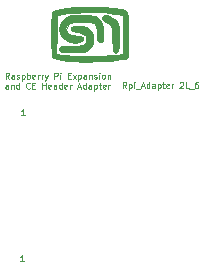
<source format=gbr>
G04 #@! TF.FileFunction,Legend,Top*
%FSLAX46Y46*%
G04 Gerber Fmt 4.6, Leading zero omitted, Abs format (unit mm)*
G04 Created by KiCad (PCBNEW 4.0.7) date 11/27/17 08:23:02*
%MOMM*%
%LPD*%
G01*
G04 APERTURE LIST*
%ADD10C,0.076200*%
%ADD11C,0.100000*%
G04 APERTURE END LIST*
D10*
X164681343Y-36441810D02*
X164391057Y-36441810D01*
X164536200Y-36441810D02*
X164536200Y-35933810D01*
X164487819Y-36006381D01*
X164439438Y-36054762D01*
X164391057Y-36078952D01*
X164579743Y-48786210D02*
X164289457Y-48786210D01*
X164434600Y-48786210D02*
X164434600Y-48278210D01*
X164386219Y-48350781D01*
X164337838Y-48399162D01*
X164289457Y-48423352D01*
X173278637Y-34130410D02*
X173109304Y-33888505D01*
X172988351Y-34130410D02*
X172988351Y-33622410D01*
X173181875Y-33622410D01*
X173230256Y-33646600D01*
X173254447Y-33670790D01*
X173278637Y-33719171D01*
X173278637Y-33791743D01*
X173254447Y-33840124D01*
X173230256Y-33864314D01*
X173181875Y-33888505D01*
X172988351Y-33888505D01*
X173496351Y-33791743D02*
X173496351Y-34299743D01*
X173496351Y-33815933D02*
X173544732Y-33791743D01*
X173641494Y-33791743D01*
X173689875Y-33815933D01*
X173714066Y-33840124D01*
X173738256Y-33888505D01*
X173738256Y-34033648D01*
X173714066Y-34082029D01*
X173689875Y-34106219D01*
X173641494Y-34130410D01*
X173544732Y-34130410D01*
X173496351Y-34106219D01*
X173955970Y-34130410D02*
X173955970Y-33791743D01*
X173955970Y-33622410D02*
X173931780Y-33646600D01*
X173955970Y-33670790D01*
X173980161Y-33646600D01*
X173955970Y-33622410D01*
X173955970Y-33670790D01*
X174076923Y-34178790D02*
X174463971Y-34178790D01*
X174560733Y-33985267D02*
X174802638Y-33985267D01*
X174512352Y-34130410D02*
X174681685Y-33622410D01*
X174851019Y-34130410D01*
X175238067Y-34130410D02*
X175238067Y-33622410D01*
X175238067Y-34106219D02*
X175189686Y-34130410D01*
X175092924Y-34130410D01*
X175044543Y-34106219D01*
X175020352Y-34082029D01*
X174996162Y-34033648D01*
X174996162Y-33888505D01*
X175020352Y-33840124D01*
X175044543Y-33815933D01*
X175092924Y-33791743D01*
X175189686Y-33791743D01*
X175238067Y-33815933D01*
X175697686Y-34130410D02*
X175697686Y-33864314D01*
X175673495Y-33815933D01*
X175625114Y-33791743D01*
X175528352Y-33791743D01*
X175479971Y-33815933D01*
X175697686Y-34106219D02*
X175649305Y-34130410D01*
X175528352Y-34130410D01*
X175479971Y-34106219D01*
X175455781Y-34057838D01*
X175455781Y-34009457D01*
X175479971Y-33961076D01*
X175528352Y-33936886D01*
X175649305Y-33936886D01*
X175697686Y-33912695D01*
X175939590Y-33791743D02*
X175939590Y-34299743D01*
X175939590Y-33815933D02*
X175987971Y-33791743D01*
X176084733Y-33791743D01*
X176133114Y-33815933D01*
X176157305Y-33840124D01*
X176181495Y-33888505D01*
X176181495Y-34033648D01*
X176157305Y-34082029D01*
X176133114Y-34106219D01*
X176084733Y-34130410D01*
X175987971Y-34130410D01*
X175939590Y-34106219D01*
X176326638Y-33791743D02*
X176520162Y-33791743D01*
X176399209Y-33622410D02*
X176399209Y-34057838D01*
X176423400Y-34106219D01*
X176471781Y-34130410D01*
X176520162Y-34130410D01*
X176883019Y-34106219D02*
X176834638Y-34130410D01*
X176737876Y-34130410D01*
X176689495Y-34106219D01*
X176665305Y-34057838D01*
X176665305Y-33864314D01*
X176689495Y-33815933D01*
X176737876Y-33791743D01*
X176834638Y-33791743D01*
X176883019Y-33815933D01*
X176907210Y-33864314D01*
X176907210Y-33912695D01*
X176665305Y-33961076D01*
X177124924Y-34130410D02*
X177124924Y-33791743D01*
X177124924Y-33888505D02*
X177149115Y-33840124D01*
X177173305Y-33815933D01*
X177221686Y-33791743D01*
X177270067Y-33791743D01*
X177802258Y-33670790D02*
X177826448Y-33646600D01*
X177874829Y-33622410D01*
X177995782Y-33622410D01*
X178044163Y-33646600D01*
X178068353Y-33670790D01*
X178092544Y-33719171D01*
X178092544Y-33767552D01*
X178068353Y-33840124D01*
X177778067Y-34130410D01*
X178092544Y-34130410D01*
X178552163Y-34130410D02*
X178310258Y-34130410D01*
X178310258Y-33622410D01*
X178600544Y-34178790D02*
X178987592Y-34178790D01*
X179326259Y-33622410D02*
X179229497Y-33622410D01*
X179181116Y-33646600D01*
X179156925Y-33670790D01*
X179108544Y-33743362D01*
X179084354Y-33840124D01*
X179084354Y-34033648D01*
X179108544Y-34082029D01*
X179132735Y-34106219D01*
X179181116Y-34130410D01*
X179277878Y-34130410D01*
X179326259Y-34106219D01*
X179350449Y-34082029D01*
X179374640Y-34033648D01*
X179374640Y-33912695D01*
X179350449Y-33864314D01*
X179326259Y-33840124D01*
X179277878Y-33815933D01*
X179181116Y-33815933D01*
X179132735Y-33840124D01*
X179108544Y-33864314D01*
X179084354Y-33912695D01*
X163347238Y-33330310D02*
X163177905Y-33088405D01*
X163056952Y-33330310D02*
X163056952Y-32822310D01*
X163250476Y-32822310D01*
X163298857Y-32846500D01*
X163323048Y-32870690D01*
X163347238Y-32919071D01*
X163347238Y-32991643D01*
X163323048Y-33040024D01*
X163298857Y-33064214D01*
X163250476Y-33088405D01*
X163056952Y-33088405D01*
X163782667Y-33330310D02*
X163782667Y-33064214D01*
X163758476Y-33015833D01*
X163710095Y-32991643D01*
X163613333Y-32991643D01*
X163564952Y-33015833D01*
X163782667Y-33306119D02*
X163734286Y-33330310D01*
X163613333Y-33330310D01*
X163564952Y-33306119D01*
X163540762Y-33257738D01*
X163540762Y-33209357D01*
X163564952Y-33160976D01*
X163613333Y-33136786D01*
X163734286Y-33136786D01*
X163782667Y-33112595D01*
X164000381Y-33306119D02*
X164048762Y-33330310D01*
X164145524Y-33330310D01*
X164193905Y-33306119D01*
X164218095Y-33257738D01*
X164218095Y-33233548D01*
X164193905Y-33185167D01*
X164145524Y-33160976D01*
X164072952Y-33160976D01*
X164024571Y-33136786D01*
X164000381Y-33088405D01*
X164000381Y-33064214D01*
X164024571Y-33015833D01*
X164072952Y-32991643D01*
X164145524Y-32991643D01*
X164193905Y-33015833D01*
X164435809Y-32991643D02*
X164435809Y-33499643D01*
X164435809Y-33015833D02*
X164484190Y-32991643D01*
X164580952Y-32991643D01*
X164629333Y-33015833D01*
X164653524Y-33040024D01*
X164677714Y-33088405D01*
X164677714Y-33233548D01*
X164653524Y-33281929D01*
X164629333Y-33306119D01*
X164580952Y-33330310D01*
X164484190Y-33330310D01*
X164435809Y-33306119D01*
X164895428Y-33330310D02*
X164895428Y-32822310D01*
X164895428Y-33015833D02*
X164943809Y-32991643D01*
X165040571Y-32991643D01*
X165088952Y-33015833D01*
X165113143Y-33040024D01*
X165137333Y-33088405D01*
X165137333Y-33233548D01*
X165113143Y-33281929D01*
X165088952Y-33306119D01*
X165040571Y-33330310D01*
X164943809Y-33330310D01*
X164895428Y-33306119D01*
X165548571Y-33306119D02*
X165500190Y-33330310D01*
X165403428Y-33330310D01*
X165355047Y-33306119D01*
X165330857Y-33257738D01*
X165330857Y-33064214D01*
X165355047Y-33015833D01*
X165403428Y-32991643D01*
X165500190Y-32991643D01*
X165548571Y-33015833D01*
X165572762Y-33064214D01*
X165572762Y-33112595D01*
X165330857Y-33160976D01*
X165790476Y-33330310D02*
X165790476Y-32991643D01*
X165790476Y-33088405D02*
X165814667Y-33040024D01*
X165838857Y-33015833D01*
X165887238Y-32991643D01*
X165935619Y-32991643D01*
X166104952Y-33330310D02*
X166104952Y-32991643D01*
X166104952Y-33088405D02*
X166129143Y-33040024D01*
X166153333Y-33015833D01*
X166201714Y-32991643D01*
X166250095Y-32991643D01*
X166371047Y-32991643D02*
X166492000Y-33330310D01*
X166612952Y-32991643D02*
X166492000Y-33330310D01*
X166443619Y-33451262D01*
X166419428Y-33475452D01*
X166371047Y-33499643D01*
X167193524Y-33330310D02*
X167193524Y-32822310D01*
X167387048Y-32822310D01*
X167435429Y-32846500D01*
X167459620Y-32870690D01*
X167483810Y-32919071D01*
X167483810Y-32991643D01*
X167459620Y-33040024D01*
X167435429Y-33064214D01*
X167387048Y-33088405D01*
X167193524Y-33088405D01*
X167701524Y-33330310D02*
X167701524Y-32991643D01*
X167701524Y-32822310D02*
X167677334Y-32846500D01*
X167701524Y-32870690D01*
X167725715Y-32846500D01*
X167701524Y-32822310D01*
X167701524Y-32870690D01*
X168330477Y-33064214D02*
X168499811Y-33064214D01*
X168572382Y-33330310D02*
X168330477Y-33330310D01*
X168330477Y-32822310D01*
X168572382Y-32822310D01*
X168741715Y-33330310D02*
X169007811Y-32991643D01*
X168741715Y-32991643D02*
X169007811Y-33330310D01*
X169201334Y-32991643D02*
X169201334Y-33499643D01*
X169201334Y-33015833D02*
X169249715Y-32991643D01*
X169346477Y-32991643D01*
X169394858Y-33015833D01*
X169419049Y-33040024D01*
X169443239Y-33088405D01*
X169443239Y-33233548D01*
X169419049Y-33281929D01*
X169394858Y-33306119D01*
X169346477Y-33330310D01*
X169249715Y-33330310D01*
X169201334Y-33306119D01*
X169878668Y-33330310D02*
X169878668Y-33064214D01*
X169854477Y-33015833D01*
X169806096Y-32991643D01*
X169709334Y-32991643D01*
X169660953Y-33015833D01*
X169878668Y-33306119D02*
X169830287Y-33330310D01*
X169709334Y-33330310D01*
X169660953Y-33306119D01*
X169636763Y-33257738D01*
X169636763Y-33209357D01*
X169660953Y-33160976D01*
X169709334Y-33136786D01*
X169830287Y-33136786D01*
X169878668Y-33112595D01*
X170120572Y-32991643D02*
X170120572Y-33330310D01*
X170120572Y-33040024D02*
X170144763Y-33015833D01*
X170193144Y-32991643D01*
X170265715Y-32991643D01*
X170314096Y-33015833D01*
X170338287Y-33064214D01*
X170338287Y-33330310D01*
X170556001Y-33306119D02*
X170604382Y-33330310D01*
X170701144Y-33330310D01*
X170749525Y-33306119D01*
X170773715Y-33257738D01*
X170773715Y-33233548D01*
X170749525Y-33185167D01*
X170701144Y-33160976D01*
X170628572Y-33160976D01*
X170580191Y-33136786D01*
X170556001Y-33088405D01*
X170556001Y-33064214D01*
X170580191Y-33015833D01*
X170628572Y-32991643D01*
X170701144Y-32991643D01*
X170749525Y-33015833D01*
X170991429Y-33330310D02*
X170991429Y-32991643D01*
X170991429Y-32822310D02*
X170967239Y-32846500D01*
X170991429Y-32870690D01*
X171015620Y-32846500D01*
X170991429Y-32822310D01*
X170991429Y-32870690D01*
X171305906Y-33330310D02*
X171257525Y-33306119D01*
X171233334Y-33281929D01*
X171209144Y-33233548D01*
X171209144Y-33088405D01*
X171233334Y-33040024D01*
X171257525Y-33015833D01*
X171305906Y-32991643D01*
X171378477Y-32991643D01*
X171426858Y-33015833D01*
X171451049Y-33040024D01*
X171475239Y-33088405D01*
X171475239Y-33233548D01*
X171451049Y-33281929D01*
X171426858Y-33306119D01*
X171378477Y-33330310D01*
X171305906Y-33330310D01*
X171692953Y-32991643D02*
X171692953Y-33330310D01*
X171692953Y-33040024D02*
X171717144Y-33015833D01*
X171765525Y-32991643D01*
X171838096Y-32991643D01*
X171886477Y-33015833D01*
X171910668Y-33064214D01*
X171910668Y-33330310D01*
X163274667Y-34168510D02*
X163274667Y-33902414D01*
X163250476Y-33854033D01*
X163202095Y-33829843D01*
X163105333Y-33829843D01*
X163056952Y-33854033D01*
X163274667Y-34144319D02*
X163226286Y-34168510D01*
X163105333Y-34168510D01*
X163056952Y-34144319D01*
X163032762Y-34095938D01*
X163032762Y-34047557D01*
X163056952Y-33999176D01*
X163105333Y-33974986D01*
X163226286Y-33974986D01*
X163274667Y-33950795D01*
X163516571Y-33829843D02*
X163516571Y-34168510D01*
X163516571Y-33878224D02*
X163540762Y-33854033D01*
X163589143Y-33829843D01*
X163661714Y-33829843D01*
X163710095Y-33854033D01*
X163734286Y-33902414D01*
X163734286Y-34168510D01*
X164193905Y-34168510D02*
X164193905Y-33660510D01*
X164193905Y-34144319D02*
X164145524Y-34168510D01*
X164048762Y-34168510D01*
X164000381Y-34144319D01*
X163976190Y-34120129D01*
X163952000Y-34071748D01*
X163952000Y-33926605D01*
X163976190Y-33878224D01*
X164000381Y-33854033D01*
X164048762Y-33829843D01*
X164145524Y-33829843D01*
X164193905Y-33854033D01*
X165113143Y-34120129D02*
X165088953Y-34144319D01*
X165016381Y-34168510D01*
X164968000Y-34168510D01*
X164895429Y-34144319D01*
X164847048Y-34095938D01*
X164822857Y-34047557D01*
X164798667Y-33950795D01*
X164798667Y-33878224D01*
X164822857Y-33781462D01*
X164847048Y-33733081D01*
X164895429Y-33684700D01*
X164968000Y-33660510D01*
X165016381Y-33660510D01*
X165088953Y-33684700D01*
X165113143Y-33708890D01*
X165330857Y-33902414D02*
X165500191Y-33902414D01*
X165572762Y-34168510D02*
X165330857Y-34168510D01*
X165330857Y-33660510D01*
X165572762Y-33660510D01*
X166177524Y-34168510D02*
X166177524Y-33660510D01*
X166177524Y-33902414D02*
X166467810Y-33902414D01*
X166467810Y-34168510D02*
X166467810Y-33660510D01*
X166903238Y-34144319D02*
X166854857Y-34168510D01*
X166758095Y-34168510D01*
X166709714Y-34144319D01*
X166685524Y-34095938D01*
X166685524Y-33902414D01*
X166709714Y-33854033D01*
X166758095Y-33829843D01*
X166854857Y-33829843D01*
X166903238Y-33854033D01*
X166927429Y-33902414D01*
X166927429Y-33950795D01*
X166685524Y-33999176D01*
X167362858Y-34168510D02*
X167362858Y-33902414D01*
X167338667Y-33854033D01*
X167290286Y-33829843D01*
X167193524Y-33829843D01*
X167145143Y-33854033D01*
X167362858Y-34144319D02*
X167314477Y-34168510D01*
X167193524Y-34168510D01*
X167145143Y-34144319D01*
X167120953Y-34095938D01*
X167120953Y-34047557D01*
X167145143Y-33999176D01*
X167193524Y-33974986D01*
X167314477Y-33974986D01*
X167362858Y-33950795D01*
X167822477Y-34168510D02*
X167822477Y-33660510D01*
X167822477Y-34144319D02*
X167774096Y-34168510D01*
X167677334Y-34168510D01*
X167628953Y-34144319D01*
X167604762Y-34120129D01*
X167580572Y-34071748D01*
X167580572Y-33926605D01*
X167604762Y-33878224D01*
X167628953Y-33854033D01*
X167677334Y-33829843D01*
X167774096Y-33829843D01*
X167822477Y-33854033D01*
X168257905Y-34144319D02*
X168209524Y-34168510D01*
X168112762Y-34168510D01*
X168064381Y-34144319D01*
X168040191Y-34095938D01*
X168040191Y-33902414D01*
X168064381Y-33854033D01*
X168112762Y-33829843D01*
X168209524Y-33829843D01*
X168257905Y-33854033D01*
X168282096Y-33902414D01*
X168282096Y-33950795D01*
X168040191Y-33999176D01*
X168499810Y-34168510D02*
X168499810Y-33829843D01*
X168499810Y-33926605D02*
X168524001Y-33878224D01*
X168548191Y-33854033D01*
X168596572Y-33829843D01*
X168644953Y-33829843D01*
X169177144Y-34023367D02*
X169419049Y-34023367D01*
X169128763Y-34168510D02*
X169298096Y-33660510D01*
X169467430Y-34168510D01*
X169854478Y-34168510D02*
X169854478Y-33660510D01*
X169854478Y-34144319D02*
X169806097Y-34168510D01*
X169709335Y-34168510D01*
X169660954Y-34144319D01*
X169636763Y-34120129D01*
X169612573Y-34071748D01*
X169612573Y-33926605D01*
X169636763Y-33878224D01*
X169660954Y-33854033D01*
X169709335Y-33829843D01*
X169806097Y-33829843D01*
X169854478Y-33854033D01*
X170314097Y-34168510D02*
X170314097Y-33902414D01*
X170289906Y-33854033D01*
X170241525Y-33829843D01*
X170144763Y-33829843D01*
X170096382Y-33854033D01*
X170314097Y-34144319D02*
X170265716Y-34168510D01*
X170144763Y-34168510D01*
X170096382Y-34144319D01*
X170072192Y-34095938D01*
X170072192Y-34047557D01*
X170096382Y-33999176D01*
X170144763Y-33974986D01*
X170265716Y-33974986D01*
X170314097Y-33950795D01*
X170556001Y-33829843D02*
X170556001Y-34337843D01*
X170556001Y-33854033D02*
X170604382Y-33829843D01*
X170701144Y-33829843D01*
X170749525Y-33854033D01*
X170773716Y-33878224D01*
X170797906Y-33926605D01*
X170797906Y-34071748D01*
X170773716Y-34120129D01*
X170749525Y-34144319D01*
X170701144Y-34168510D01*
X170604382Y-34168510D01*
X170556001Y-34144319D01*
X170943049Y-33829843D02*
X171136573Y-33829843D01*
X171015620Y-33660510D02*
X171015620Y-34095938D01*
X171039811Y-34144319D01*
X171088192Y-34168510D01*
X171136573Y-34168510D01*
X171499430Y-34144319D02*
X171451049Y-34168510D01*
X171354287Y-34168510D01*
X171305906Y-34144319D01*
X171281716Y-34095938D01*
X171281716Y-33902414D01*
X171305906Y-33854033D01*
X171354287Y-33829843D01*
X171451049Y-33829843D01*
X171499430Y-33854033D01*
X171523621Y-33902414D01*
X171523621Y-33950795D01*
X171281716Y-33999176D01*
X171741335Y-34168510D02*
X171741335Y-33829843D01*
X171741335Y-33926605D02*
X171765526Y-33878224D01*
X171789716Y-33854033D01*
X171838097Y-33829843D01*
X171886478Y-33829843D01*
D11*
G36*
X173453978Y-28788218D02*
X173451838Y-29381876D01*
X173451600Y-29566745D01*
X173449632Y-30207017D01*
X173442965Y-30697253D01*
X173430456Y-31056714D01*
X173410961Y-31304661D01*
X173383335Y-31460354D01*
X173346435Y-31543052D01*
X173333431Y-31556470D01*
X173166196Y-31627942D01*
X173028267Y-31658274D01*
X173028267Y-31204548D01*
X173028267Y-29611171D01*
X173024211Y-29090709D01*
X173012850Y-28641132D01*
X172995395Y-28287465D01*
X172973053Y-28054737D01*
X172948875Y-27968726D01*
X172837427Y-27937892D01*
X172595152Y-27891419D01*
X172259093Y-27835895D01*
X171911708Y-27784285D01*
X171283240Y-27722336D01*
X170555651Y-27694045D01*
X169785737Y-27698297D01*
X169030292Y-27733979D01*
X168346114Y-27799976D01*
X167948267Y-27862037D01*
X167397933Y-27966659D01*
X167374966Y-29587943D01*
X167351999Y-31209226D01*
X167925299Y-31299998D01*
X168261213Y-31352728D01*
X168566024Y-31399802D01*
X168752600Y-31427891D01*
X168992769Y-31445539D01*
X169364125Y-31451961D01*
X169828983Y-31448417D01*
X170349657Y-31436164D01*
X170888462Y-31416460D01*
X171407712Y-31390561D01*
X171869722Y-31359726D01*
X172236806Y-31325212D01*
X172372100Y-31307106D01*
X173028267Y-31204548D01*
X173028267Y-31658274D01*
X172856875Y-31695966D01*
X172432713Y-31757837D01*
X171920956Y-31810851D01*
X171348849Y-31852304D01*
X170743639Y-31879492D01*
X170132569Y-31889710D01*
X169980267Y-31889283D01*
X169495269Y-31884060D01*
X169056489Y-31876001D01*
X168697754Y-31865983D01*
X168452892Y-31854880D01*
X168371600Y-31847616D01*
X167865028Y-31764036D01*
X167457239Y-31681508D01*
X167172062Y-31605432D01*
X167038100Y-31545474D01*
X167001065Y-31467649D01*
X166972906Y-31292590D01*
X166952798Y-31004875D01*
X166939917Y-30589084D01*
X166933437Y-30029796D01*
X166932267Y-29566745D01*
X166933218Y-28950399D01*
X166937177Y-28481964D01*
X166945800Y-28140024D01*
X166960744Y-27903162D01*
X166983666Y-27749960D01*
X167016222Y-27659003D01*
X167060068Y-27608873D01*
X167084912Y-27593397D01*
X167350800Y-27499979D01*
X167756361Y-27419975D01*
X168272373Y-27354630D01*
X168869615Y-27305189D01*
X169518864Y-27272899D01*
X170190898Y-27259004D01*
X170856496Y-27264750D01*
X171486434Y-27291382D01*
X172051491Y-27340146D01*
X172289793Y-27371583D01*
X172655258Y-27423223D01*
X172935362Y-27468152D01*
X173141366Y-27527647D01*
X173284529Y-27622982D01*
X173376112Y-27775432D01*
X173427375Y-28006271D01*
X173449577Y-28336775D01*
X173453978Y-28788218D01*
X173453978Y-28788218D01*
X173453978Y-28788218D01*
G37*
X173453978Y-28788218D02*
X173451838Y-29381876D01*
X173451600Y-29566745D01*
X173449632Y-30207017D01*
X173442965Y-30697253D01*
X173430456Y-31056714D01*
X173410961Y-31304661D01*
X173383335Y-31460354D01*
X173346435Y-31543052D01*
X173333431Y-31556470D01*
X173166196Y-31627942D01*
X173028267Y-31658274D01*
X173028267Y-31204548D01*
X173028267Y-29611171D01*
X173024211Y-29090709D01*
X173012850Y-28641132D01*
X172995395Y-28287465D01*
X172973053Y-28054737D01*
X172948875Y-27968726D01*
X172837427Y-27937892D01*
X172595152Y-27891419D01*
X172259093Y-27835895D01*
X171911708Y-27784285D01*
X171283240Y-27722336D01*
X170555651Y-27694045D01*
X169785737Y-27698297D01*
X169030292Y-27733979D01*
X168346114Y-27799976D01*
X167948267Y-27862037D01*
X167397933Y-27966659D01*
X167374966Y-29587943D01*
X167351999Y-31209226D01*
X167925299Y-31299998D01*
X168261213Y-31352728D01*
X168566024Y-31399802D01*
X168752600Y-31427891D01*
X168992769Y-31445539D01*
X169364125Y-31451961D01*
X169828983Y-31448417D01*
X170349657Y-31436164D01*
X170888462Y-31416460D01*
X171407712Y-31390561D01*
X171869722Y-31359726D01*
X172236806Y-31325212D01*
X172372100Y-31307106D01*
X173028267Y-31204548D01*
X173028267Y-31658274D01*
X172856875Y-31695966D01*
X172432713Y-31757837D01*
X171920956Y-31810851D01*
X171348849Y-31852304D01*
X170743639Y-31879492D01*
X170132569Y-31889710D01*
X169980267Y-31889283D01*
X169495269Y-31884060D01*
X169056489Y-31876001D01*
X168697754Y-31865983D01*
X168452892Y-31854880D01*
X168371600Y-31847616D01*
X167865028Y-31764036D01*
X167457239Y-31681508D01*
X167172062Y-31605432D01*
X167038100Y-31545474D01*
X167001065Y-31467649D01*
X166972906Y-31292590D01*
X166952798Y-31004875D01*
X166939917Y-30589084D01*
X166933437Y-30029796D01*
X166932267Y-29566745D01*
X166933218Y-28950399D01*
X166937177Y-28481964D01*
X166945800Y-28140024D01*
X166960744Y-27903162D01*
X166983666Y-27749960D01*
X167016222Y-27659003D01*
X167060068Y-27608873D01*
X167084912Y-27593397D01*
X167350800Y-27499979D01*
X167756361Y-27419975D01*
X168272373Y-27354630D01*
X168869615Y-27305189D01*
X169518864Y-27272899D01*
X170190898Y-27259004D01*
X170856496Y-27264750D01*
X171486434Y-27291382D01*
X172051491Y-27340146D01*
X172289793Y-27371583D01*
X172655258Y-27423223D01*
X172935362Y-27468152D01*
X173141366Y-27527647D01*
X173284529Y-27622982D01*
X173376112Y-27775432D01*
X173427375Y-28006271D01*
X173449577Y-28336775D01*
X173453978Y-28788218D01*
X173453978Y-28788218D01*
G36*
X170492270Y-29933196D02*
X170444789Y-30316750D01*
X170280047Y-30666281D01*
X170005761Y-30935611D01*
X169864503Y-31008968D01*
X169676167Y-31058905D01*
X169405315Y-31090678D01*
X169016511Y-31109542D01*
X168794933Y-31115193D01*
X168398539Y-31119491D01*
X168060247Y-31115529D01*
X167818470Y-31104250D01*
X167715433Y-31088753D01*
X167626571Y-30971685D01*
X167618484Y-30793560D01*
X167686294Y-30639396D01*
X167743525Y-30599191D01*
X167882327Y-30577178D01*
X168146399Y-30559877D01*
X168491693Y-30549613D01*
X168717191Y-30547800D01*
X169198735Y-30532229D01*
X169535271Y-30478281D01*
X169748872Y-30375099D01*
X169861613Y-30211828D01*
X169895567Y-29977611D01*
X169895600Y-29968255D01*
X169829102Y-29704292D01*
X169624458Y-29517444D01*
X169273942Y-29402120D01*
X169072524Y-29372704D01*
X168796961Y-29336863D01*
X168650293Y-29290856D01*
X168592473Y-29213055D01*
X168583267Y-29108466D01*
X168594231Y-28994068D01*
X168652564Y-28927755D01*
X168796424Y-28892966D01*
X169063969Y-28873141D01*
X169133600Y-28869617D01*
X169549880Y-28873644D01*
X169849580Y-28938045D01*
X169943879Y-28980586D01*
X170240542Y-29224894D01*
X170423763Y-29555837D01*
X170492270Y-29933196D01*
X170492270Y-29933196D01*
X170492270Y-29933196D01*
G37*
X170492270Y-29933196D02*
X170444789Y-30316750D01*
X170280047Y-30666281D01*
X170005761Y-30935611D01*
X169864503Y-31008968D01*
X169676167Y-31058905D01*
X169405315Y-31090678D01*
X169016511Y-31109542D01*
X168794933Y-31115193D01*
X168398539Y-31119491D01*
X168060247Y-31115529D01*
X167818470Y-31104250D01*
X167715433Y-31088753D01*
X167626571Y-30971685D01*
X167618484Y-30793560D01*
X167686294Y-30639396D01*
X167743525Y-30599191D01*
X167882327Y-30577178D01*
X168146399Y-30559877D01*
X168491693Y-30549613D01*
X168717191Y-30547800D01*
X169198735Y-30532229D01*
X169535271Y-30478281D01*
X169748872Y-30375099D01*
X169861613Y-30211828D01*
X169895567Y-29977611D01*
X169895600Y-29968255D01*
X169829102Y-29704292D01*
X169624458Y-29517444D01*
X169273942Y-29402120D01*
X169072524Y-29372704D01*
X168796961Y-29336863D01*
X168650293Y-29290856D01*
X168592473Y-29213055D01*
X168583267Y-29108466D01*
X168594231Y-28994068D01*
X168652564Y-28927755D01*
X168796424Y-28892966D01*
X169063969Y-28873141D01*
X169133600Y-28869617D01*
X169549880Y-28873644D01*
X169849580Y-28938045D01*
X169943879Y-28980586D01*
X170240542Y-29224894D01*
X170423763Y-29555837D01*
X170492270Y-29933196D01*
X170492270Y-29933196D01*
G36*
X172688668Y-30024199D02*
X172668738Y-30546957D01*
X172607939Y-30909869D01*
X172506894Y-31111646D01*
X172366224Y-31151003D01*
X172198533Y-31038866D01*
X172145282Y-30893288D01*
X172111286Y-30586682D01*
X172097276Y-30126337D01*
X172096933Y-30026850D01*
X172088364Y-29629535D01*
X172065230Y-29277207D01*
X172031390Y-29015677D01*
X172002841Y-28909924D01*
X171859275Y-28740454D01*
X171624928Y-28593365D01*
X171579508Y-28574084D01*
X171358438Y-28463586D01*
X171263607Y-28337772D01*
X171250267Y-28232485D01*
X171314239Y-28056043D01*
X171482169Y-27972467D01*
X171718075Y-27979281D01*
X171985974Y-28074005D01*
X172249884Y-28254161D01*
X172303878Y-28305055D01*
X172455160Y-28481785D01*
X172561816Y-28681597D01*
X172631117Y-28936986D01*
X172670337Y-29280449D01*
X172686749Y-29744482D01*
X172688668Y-30024199D01*
X172688668Y-30024199D01*
X172688668Y-30024199D01*
G37*
X172688668Y-30024199D02*
X172668738Y-30546957D01*
X172607939Y-30909869D01*
X172506894Y-31111646D01*
X172366224Y-31151003D01*
X172198533Y-31038866D01*
X172145282Y-30893288D01*
X172111286Y-30586682D01*
X172097276Y-30126337D01*
X172096933Y-30026850D01*
X172088364Y-29629535D01*
X172065230Y-29277207D01*
X172031390Y-29015677D01*
X172002841Y-28909924D01*
X171859275Y-28740454D01*
X171624928Y-28593365D01*
X171579508Y-28574084D01*
X171358438Y-28463586D01*
X171263607Y-28337772D01*
X171250267Y-28232485D01*
X171314239Y-28056043D01*
X171482169Y-27972467D01*
X171718075Y-27979281D01*
X171985974Y-28074005D01*
X172249884Y-28254161D01*
X172303878Y-28305055D01*
X172455160Y-28481785D01*
X172561816Y-28681597D01*
X172631117Y-28936986D01*
X172670337Y-29280449D01*
X172686749Y-29744482D01*
X172688668Y-30024199D01*
X172688668Y-30024199D01*
G36*
X171344799Y-29658320D02*
X171320774Y-29955319D01*
X171268817Y-30165127D01*
X171207933Y-30239751D01*
X171015905Y-30269823D01*
X170895457Y-30173421D01*
X170836711Y-29936674D01*
X170826933Y-29704709D01*
X170791854Y-29209212D01*
X170684585Y-28859737D01*
X170502079Y-28647731D01*
X170437735Y-28612136D01*
X170260294Y-28569201D01*
X169965186Y-28536119D01*
X169604008Y-28517858D01*
X169437367Y-28515800D01*
X169045742Y-28521348D01*
X168780946Y-28542880D01*
X168600698Y-28587727D01*
X168462714Y-28663222D01*
X168425351Y-28691278D01*
X168246354Y-28920539D01*
X168208802Y-29183750D01*
X168315986Y-29430750D01*
X168372912Y-29490654D01*
X168595806Y-29605254D01*
X168945242Y-29676308D01*
X169029079Y-29684444D01*
X169393448Y-29740877D01*
X169594248Y-29838406D01*
X169632408Y-29977955D01*
X169508857Y-30160447D01*
X169508552Y-30160752D01*
X169311453Y-30258749D01*
X168988823Y-30276515D01*
X168528721Y-30214660D01*
X168512351Y-30211519D01*
X168132602Y-30064880D01*
X167854156Y-29813301D01*
X167681096Y-29490486D01*
X167617501Y-29130135D01*
X167667454Y-28765951D01*
X167835035Y-28431637D01*
X168124326Y-28160894D01*
X168255128Y-28087369D01*
X168438460Y-28007987D01*
X168621889Y-27957624D01*
X168846937Y-27931675D01*
X169155128Y-27925534D01*
X169587984Y-27934596D01*
X169623091Y-27935652D01*
X170116086Y-27958066D01*
X170474035Y-27998623D01*
X170731123Y-28069516D01*
X170921532Y-28182937D01*
X171079445Y-28351077D01*
X171177225Y-28489971D01*
X171257105Y-28689954D01*
X171312182Y-28981059D01*
X171341674Y-29318707D01*
X171344799Y-29658320D01*
X171344799Y-29658320D01*
X171344799Y-29658320D01*
G37*
X171344799Y-29658320D02*
X171320774Y-29955319D01*
X171268817Y-30165127D01*
X171207933Y-30239751D01*
X171015905Y-30269823D01*
X170895457Y-30173421D01*
X170836711Y-29936674D01*
X170826933Y-29704709D01*
X170791854Y-29209212D01*
X170684585Y-28859737D01*
X170502079Y-28647731D01*
X170437735Y-28612136D01*
X170260294Y-28569201D01*
X169965186Y-28536119D01*
X169604008Y-28517858D01*
X169437367Y-28515800D01*
X169045742Y-28521348D01*
X168780946Y-28542880D01*
X168600698Y-28587727D01*
X168462714Y-28663222D01*
X168425351Y-28691278D01*
X168246354Y-28920539D01*
X168208802Y-29183750D01*
X168315986Y-29430750D01*
X168372912Y-29490654D01*
X168595806Y-29605254D01*
X168945242Y-29676308D01*
X169029079Y-29684444D01*
X169393448Y-29740877D01*
X169594248Y-29838406D01*
X169632408Y-29977955D01*
X169508857Y-30160447D01*
X169508552Y-30160752D01*
X169311453Y-30258749D01*
X168988823Y-30276515D01*
X168528721Y-30214660D01*
X168512351Y-30211519D01*
X168132602Y-30064880D01*
X167854156Y-29813301D01*
X167681096Y-29490486D01*
X167617501Y-29130135D01*
X167667454Y-28765951D01*
X167835035Y-28431637D01*
X168124326Y-28160894D01*
X168255128Y-28087369D01*
X168438460Y-28007987D01*
X168621889Y-27957624D01*
X168846937Y-27931675D01*
X169155128Y-27925534D01*
X169587984Y-27934596D01*
X169623091Y-27935652D01*
X170116086Y-27958066D01*
X170474035Y-27998623D01*
X170731123Y-28069516D01*
X170921532Y-28182937D01*
X171079445Y-28351077D01*
X171177225Y-28489971D01*
X171257105Y-28689954D01*
X171312182Y-28981059D01*
X171341674Y-29318707D01*
X171344799Y-29658320D01*
X171344799Y-29658320D01*
M02*

</source>
